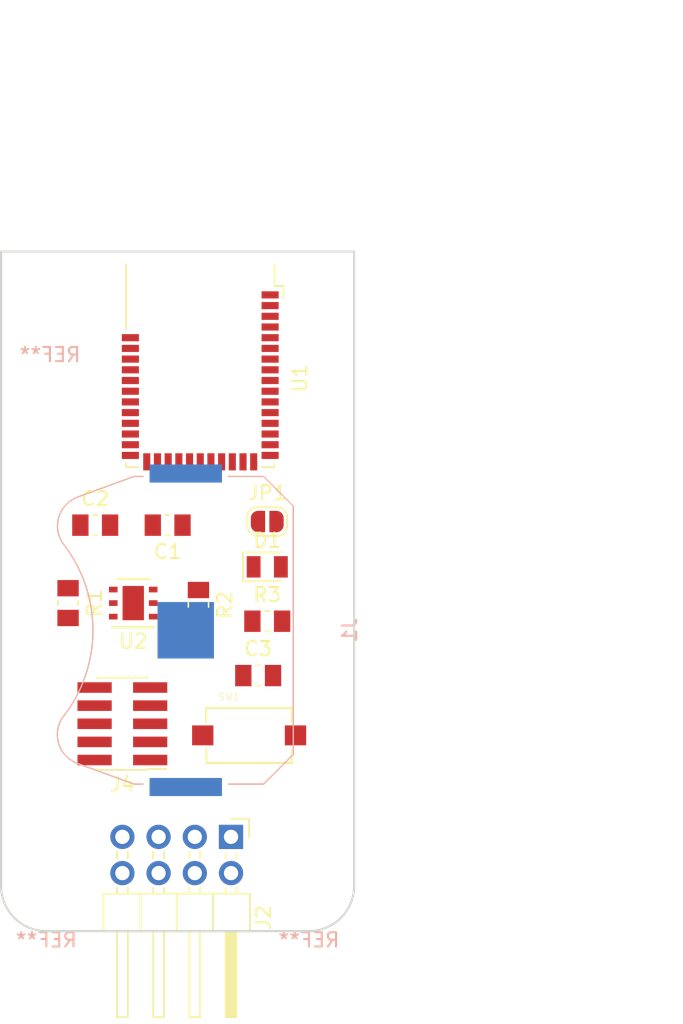
<source format=kicad_pcb>
(kicad_pcb (version 20171130) (host pcbnew "(5.0.0-rc2-dev-96-g5bbb4489b)")

  (general
    (thickness 1.6)
    (drawings 8)
    (tracks 0)
    (zones 0)
    (modules 17)
    (nets 42)
  )

  (page A4)
  (layers
    (0 F.Cu signal)
    (31 B.Cu signal)
    (32 B.Adhes user)
    (33 F.Adhes user)
    (34 B.Paste user)
    (35 F.Paste user)
    (36 B.SilkS user)
    (37 F.SilkS user)
    (38 B.Mask user)
    (39 F.Mask user)
    (40 Dwgs.User user)
    (41 Cmts.User user)
    (42 Eco1.User user)
    (43 Eco2.User user)
    (44 Edge.Cuts user)
    (45 Margin user)
    (46 B.CrtYd user)
    (47 F.CrtYd user)
    (48 B.Fab user)
    (49 F.Fab user)
  )

  (setup
    (last_trace_width 0.2)
    (trace_clearance 0.2)
    (zone_clearance 0.508)
    (zone_45_only no)
    (trace_min 0.15)
    (segment_width 0.2)
    (edge_width 0.15)
    (via_size 0.8)
    (via_drill 0.4)
    (via_min_size 0.15)
    (via_min_drill 0.3)
    (uvia_size 0.3)
    (uvia_drill 0.1)
    (uvias_allowed no)
    (uvia_min_size 0.2)
    (uvia_min_drill 0.1)
    (pcb_text_width 0.3)
    (pcb_text_size 1.5 1.5)
    (mod_edge_width 0.15)
    (mod_text_size 1 1)
    (mod_text_width 0.15)
    (pad_size 1.5 2.4)
    (pad_drill 0)
    (pad_to_mask_clearance 0.2)
    (aux_axis_origin 130.175 86.36)
    (visible_elements 7FF8FBBF)
    (pcbplotparams
      (layerselection 0x010fc_ffffffff)
      (usegerberextensions false)
      (usegerberattributes false)
      (usegerberadvancedattributes false)
      (creategerberjobfile false)
      (excludeedgelayer true)
      (linewidth 0.100000)
      (plotframeref false)
      (viasonmask false)
      (mode 1)
      (useauxorigin false)
      (hpglpennumber 1)
      (hpglpenspeed 20)
      (hpglpendiameter 15)
      (psnegative false)
      (psa4output false)
      (plotreference true)
      (plotvalue true)
      (plotinvisibletext false)
      (padsonsilk false)
      (subtractmaskfromsilk false)
      (outputformat 1)
      (mirror false)
      (drillshape 1)
      (scaleselection 1)
      (outputdirectory ""))
  )

  (net 0 "")
  (net 1 VCC)
  (net 2 SCL)
  (net 3 SDA)
  (net 4 GND)
  (net 5 BUTTON_0)
  (net 6 "Net-(D1-Pad1)")
  (net 7 "Net-(D1-Pad2)")
  (net 8 SIO_25-SPI_CLK)
  (net 9 RESET)
  (net 10 SWDCLK)
  (net 11 SWDIO-TMS)
  (net 12 SIO_05)
  (net 13 SIO_12-SFLASH_CS)
  (net 14 SIO_11)
  (net 15 NFC2-SIO_10)
  (net 16 NFC2-SIO_09)
  (net 17 LED_0)
  (net 18 SIO_28-AIN4)
  (net 19 SIO_29-AIN5)
  (net 20 SIO_30-AIN6)
  (net 21 SIO_31-AIN7)
  (net 22 SIO_19)
  (net 23 SIO_17)
  (net 24 SIO_15)
  (net 25 SIO_13-NAutoRUN)
  (net 26 SIO_00)
  (net 27 SIO_04)
  (net 28 SIO_24-SPI_MISO)
  (net 29 SIO_23-SPI_MOSI)
  (net 30 SIO_22)
  (net 31 SIO_20-SFLASH_MOSI)
  (net 32 SIO_18)
  (net 33 SIO_16-SFLASH_CLK)
  (net 34 SIO_07)
  (net 35 "Net-(U2-Pad3)")
  (net 36 "Net-(U2-Pad4)")
  (net 37 SIO_14-SFLASH_MOSI)
  (net 38 "Net-(J4-Pad7)")
  (net 39 "Net-(J4-Pad8)")
  (net 40 SIO_01)
  (net 41 SERIAL_RX)

  (net_class Default "This is the default net class."
    (clearance 0.2)
    (trace_width 0.2)
    (via_dia 0.8)
    (via_drill 0.4)
    (uvia_dia 0.3)
    (uvia_drill 0.1)
    (add_net BUTTON_0)
    (add_net GND)
    (add_net LED_0)
    (add_net NFC2-SIO_09)
    (add_net NFC2-SIO_10)
    (add_net "Net-(D1-Pad1)")
    (add_net "Net-(D1-Pad2)")
    (add_net "Net-(J4-Pad7)")
    (add_net "Net-(J4-Pad8)")
    (add_net "Net-(U2-Pad3)")
    (add_net "Net-(U2-Pad4)")
    (add_net RESET)
    (add_net SCL)
    (add_net SDA)
    (add_net SERIAL_RX)
    (add_net SIO_00)
    (add_net SIO_01)
    (add_net SIO_04)
    (add_net SIO_05)
    (add_net SIO_07)
    (add_net SIO_11)
    (add_net SIO_12-SFLASH_CS)
    (add_net SIO_13-NAutoRUN)
    (add_net SIO_14-SFLASH_MOSI)
    (add_net SIO_15)
    (add_net SIO_16-SFLASH_CLK)
    (add_net SIO_17)
    (add_net SIO_18)
    (add_net SIO_19)
    (add_net SIO_20-SFLASH_MOSI)
    (add_net SIO_22)
    (add_net SIO_23-SPI_MOSI)
    (add_net SIO_24-SPI_MISO)
    (add_net SIO_25-SPI_CLK)
    (add_net SIO_28-AIN4)
    (add_net SIO_29-AIN5)
    (add_net SIO_30-AIN6)
    (add_net SIO_31-AIN7)
    (add_net SWDCLK)
    (add_net SWDIO-TMS)
    (add_net VCC)
  )

  (net_class Power ""
    (clearance 0.15)
    (trace_width 0.15)
    (via_dia 0.6)
    (via_drill 0.4)
    (uvia_dia 0.3)
    (uvia_drill 0.1)
  )

  (module MountingHole:MountingHole_3.2mm_M3_DIN965 (layer B.Cu) (tedit 56D1B4CB) (tstamp 5B536225)
    (at 151.765 83.185)
    (descr "Mounting Hole 3.2mm, no annular, M3, DIN965")
    (tags "mounting hole 3.2mm no annular m3 din965")
    (attr virtual)
    (fp_text reference REF** (at 0 3.8) (layer B.SilkS)
      (effects (font (size 1 1) (thickness 0.15)) (justify mirror))
    )
    (fp_text value MountingHole_3.2mm_M3_DIN965 (at 0 -3.8) (layer B.Fab)
      (effects (font (size 1 1) (thickness 0.15)) (justify mirror))
    )
    (fp_text user %R (at 0.3 0) (layer B.Fab)
      (effects (font (size 1 1) (thickness 0.15)) (justify mirror))
    )
    (fp_circle (center 0 0) (end 2.8 0) (layer Cmts.User) (width 0.15))
    (fp_circle (center 0 0) (end 3.05 0) (layer B.CrtYd) (width 0.05))
    (pad 1 np_thru_hole circle (at 0 0) (size 3.2 3.2) (drill 3.2) (layers *.Cu *.Mask))
  )

  (module MountingHole:MountingHole_3.2mm_M3_DIN965 (layer B.Cu) (tedit 56D1B4CB) (tstamp 5B536225)
    (at 133.35 83.185)
    (descr "Mounting Hole 3.2mm, no annular, M3, DIN965")
    (tags "mounting hole 3.2mm no annular m3 din965")
    (attr virtual)
    (fp_text reference REF** (at 0 3.8) (layer B.SilkS)
      (effects (font (size 1 1) (thickness 0.15)) (justify mirror))
    )
    (fp_text value MountingHole_3.2mm_M3_DIN965 (at 0 -3.8) (layer B.Fab)
      (effects (font (size 1 1) (thickness 0.15)) (justify mirror))
    )
    (fp_text user %R (at 0.3 0) (layer B.Fab)
      (effects (font (size 1 1) (thickness 0.15)) (justify mirror))
    )
    (fp_circle (center 0 0) (end 2.8 0) (layer Cmts.User) (width 0.15))
    (fp_circle (center 0 0) (end 3.05 0) (layer B.CrtYd) (width 0.05))
    (pad 1 np_thru_hole circle (at 0 0) (size 3.2 3.2) (drill 3.2) (layers *.Cu *.Mask))
  )

  (module _Project:SW_SMD_60X3.8 (layer F.Cu) (tedit 57737820) (tstamp 5B531EAF)
    (at 147.574 72.644)
    (descr "Light Touch Switch")
    (path /5ADAE2FE/5ADE914B)
    (attr smd)
    (fp_text reference SW1 (at -1.408 -2.7) (layer F.SilkS)
      (effects (font (size 0.5 0.5) (thickness 0.04)))
    )
    (fp_text value SW_Push (at -0.381 2.921) (layer F.Fab)
      (effects (font (size 0.5 0.5) (thickness 0.04)))
    )
    (fp_line (start -4.2291 2.0701) (end 4.2291 2.0701) (layer F.CrtYd) (width 0.05))
    (fp_line (start 4.2291 -2.0828) (end 4.2291 2.0701) (layer F.CrtYd) (width 0.04))
    (fp_line (start -4.2291 -2.0828) (end 4.2291 -2.0828) (layer F.CrtYd) (width 0.05))
    (fp_line (start -4.2291 -2.0828) (end -4.2291 2.0701) (layer F.CrtYd) (width 0.04))
    (fp_line (start 3.0226 0.9398) (end 3.0226 1.9304) (layer F.SilkS) (width 0.1524))
    (fp_line (start -2.9972 0.9398) (end -2.9972 1.9304) (layer F.SilkS) (width 0.1524))
    (fp_line (start -2.9972 1.9304) (end 3.0226 1.9304) (layer F.SilkS) (width 0.1524))
    (fp_line (start -3.0099 -1.9304) (end 3.0099 -1.9304) (layer F.SilkS) (width 0.1524))
    (fp_line (start 3.0099 -1.9304) (end 3.0099 -0.9398) (layer F.SilkS) (width 0.1524))
    (fp_line (start -3.0099 -1.9304) (end -3.0099 -0.9398) (layer F.SilkS) (width 0.1524))
    (fp_line (start -0.381 0) (end 0.381 0) (layer F.CrtYd) (width 0.05))
    (fp_line (start 0 -0.381) (end 0 0.381) (layer F.CrtYd) (width 0.05))
    (pad 2 smd rect (at 3.2512 0) (size 1.4986 1.397) (layers F.Cu F.Paste F.Mask)
      (net 5 BUTTON_0))
    (pad 1 smd rect (at -3.2512 0) (size 1.4986 1.397) (layers F.Cu F.Paste F.Mask)
      (net 4 GND))
    (model ${KIPRJMOD}/packages3d/sw_smd_6.0x3.8.wrl
      (at (xyz 0 0 0))
      (scale (xyz 1 1 1))
      (rotate (xyz 0 0 90))
    )
    (model ${KIPRJMOD}/libs/3d/sw_smd_6.0x3.8.wrl
      (at (xyz 0 0 0))
      (scale (xyz 1 1 1))
      (rotate (xyz 0 0 90))
    )
  )

  (module Battery_Holders:Keystone_3034_1x20mm-CoinCell (layer B.Cu) (tedit 595D9565) (tstamp 5B4750BE)
    (at 143.129 65.278 90)
    (descr "Keystone 3034 SMD battery holder for 2020, 2025 and 2032 coincell batteries. http://www.keyelco.com/product-pdf.cfm?p=798")
    (tags "Keystone type 3034 coin cell retainer")
    (path /5A9F3809)
    (attr smd)
    (fp_text reference J1 (at 0 11.5 90) (layer B.SilkS)
      (effects (font (size 1 1) (thickness 0.15)) (justify mirror))
    )
    (fp_text value Conn_01x02 (at 0 -11.5 90) (layer B.Fab)
      (effects (font (size 1 1) (thickness 0.15)) (justify mirror))
    )
    (fp_line (start 11.87 -2.79) (end 11.87 2.79) (layer B.CrtYd) (width 0.05))
    (fp_line (start 10.88 -2.79) (end 11.87 -2.79) (layer B.CrtYd) (width 0.05))
    (fp_line (start 10.88 -3.64) (end 10.88 -2.79) (layer B.CrtYd) (width 0.05))
    (fp_line (start 9.43 -7.63) (end 10.88 -3.64) (layer B.CrtYd) (width 0.05))
    (fp_arc (start 7.31 -6.85) (end 5.96 -8.64) (angle 106.9) (layer B.CrtYd) (width 0.05))
    (fp_arc (start 0 0) (end -5.96 -8.64) (angle 69.1) (layer B.CrtYd) (width 0.05))
    (fp_arc (start -7.31 -6.85) (end -9.43 -7.62) (angle 106.9) (layer B.CrtYd) (width 0.05))
    (fp_line (start -10.88 -3.64) (end -9.44 -7.62) (layer B.CrtYd) (width 0.05))
    (fp_line (start -10.88 -2.79) (end -10.88 -3.64) (layer B.CrtYd) (width 0.05))
    (fp_line (start -11.87 -2.79) (end -10.88 -2.79) (layer B.CrtYd) (width 0.05))
    (fp_line (start -11.87 2.79) (end -11.87 -2.79) (layer B.CrtYd) (width 0.05))
    (fp_line (start -10.88 2.79) (end -11.87 2.79) (layer B.CrtYd) (width 0.05))
    (fp_line (start -10.88 5.5) (end -10.88 2.79) (layer B.CrtYd) (width 0.05))
    (fp_line (start -8.74 7.64) (end -10.88 5.5) (layer B.CrtYd) (width 0.05))
    (fp_line (start -7.2 7.64) (end -8.74 7.64) (layer B.CrtYd) (width 0.05))
    (fp_arc (start 0 0) (end 7.2 7.64) (angle 86.6) (layer B.CrtYd) (width 0.05))
    (fp_line (start 8.74 7.64) (end 7.2 7.64) (layer B.CrtYd) (width 0.05))
    (fp_line (start 10.88 5.5) (end 8.74 7.64) (layer B.CrtYd) (width 0.05))
    (fp_line (start 10.88 2.79) (end 10.88 5.5) (layer B.CrtYd) (width 0.05))
    (fp_line (start 11.87 2.79) (end 10.88 2.79) (layer B.CrtYd) (width 0.05))
    (fp_arc (start -7.31 -6.85) (end -9.19 -7.53) (angle 107.5) (layer B.Fab) (width 0.1))
    (fp_arc (start 0 -16.36) (end 6.1 -8.43) (angle 75.1) (layer B.Fab) (width 0.1))
    (fp_arc (start 7.31 -6.85) (end 6.1 -8.43) (angle 107.5) (layer B.Fab) (width 0.1))
    (fp_line (start 10.63 -3.6) (end 9.19 -7.53) (layer B.Fab) (width 0.1))
    (fp_line (start 10.63 5.4) (end 10.63 -3.6) (layer B.Fab) (width 0.1))
    (fp_line (start 8.64 7.39) (end 10.63 5.4) (layer B.Fab) (width 0.1))
    (fp_line (start -8.64 7.39) (end 8.64 7.39) (layer B.Fab) (width 0.1))
    (fp_line (start -10.63 5.4) (end -8.64 7.39) (layer B.Fab) (width 0.1))
    (fp_line (start -10.63 -3.6) (end -10.63 5.4) (layer B.Fab) (width 0.1))
    (fp_line (start -9.19 -7.53) (end -10.63 -3.6) (layer B.Fab) (width 0.1))
    (fp_line (start 10.78 -3) (end 10.78 -3.63) (layer B.SilkS) (width 0.1))
    (fp_line (start 10.78 5.46) (end 10.78 3) (layer B.SilkS) (width 0.1))
    (fp_line (start -10.78 -3) (end -10.78 -3.63) (layer B.SilkS) (width 0.1))
    (fp_line (start -10.78 5.46) (end -10.78 3) (layer B.SilkS) (width 0.1))
    (fp_arc (start 7.31 -6.85) (end 6 -8.55) (angle 107.5) (layer B.SilkS) (width 0.1))
    (fp_line (start 10.78 -3.63) (end 9.34 -7.58) (layer B.SilkS) (width 0.1))
    (fp_line (start 8.7 7.54) (end 10.78 5.46) (layer B.SilkS) (width 0.1))
    (fp_line (start 8.7 7.54) (end -8.7 7.54) (layer B.SilkS) (width 0.1))
    (fp_line (start -8.7 7.54) (end -10.78 5.46) (layer B.SilkS) (width 0.1))
    (fp_line (start -10.78 -3.63) (end -9.34 -7.58) (layer B.SilkS) (width 0.1))
    (fp_arc (start -7.31 -6.85) (end -9.34 -7.58) (angle 107.5) (layer B.SilkS) (width 0.1))
    (fp_arc (start 0 -16.36) (end 6 -8.55) (angle 75.1) (layer B.SilkS) (width 0.1))
    (fp_circle (center 0 0) (end 0 -10.25) (layer Dwgs.User) (width 0.15))
    (fp_text user %R (at 0 2.9 90) (layer B.Fab)
      (effects (font (size 1 1) (thickness 0.15)) (justify mirror))
    )
    (pad 1 smd rect (at -10.985 0 90) (size 1.27 5.08) (layers B.Cu B.Paste B.Mask)
      (net 4 GND))
    (pad 1 smd rect (at 10.985 0 90) (size 1.27 5.08) (layers B.Cu B.Paste B.Mask)
      (net 4 GND))
    (pad 2 smd rect (at 0 0 90) (size 3.96 3.96) (layers B.Cu B.Paste B.Mask)
      (net 1 VCC))
    (model ${KISYS3DMOD}/Battery_Holders.3dshapes/Keystone_3034_1x20mm-CoinCell.wrl
      (at (xyz 0 0 0))
      (scale (xyz 1 1 1))
      (rotate (xyz 0 0 0))
    )
  )

  (module Connector_PinHeader_2.54mm:PinHeader_2x04_P2.54mm_Horizontal (layer F.Cu) (tedit 59FED5CB) (tstamp 5B5367D6)
    (at 146.304 79.756 270)
    (descr "Through hole angled pin header, 2x04, 2.54mm pitch, 6mm pin length, double rows")
    (tags "Through hole angled pin header THT 2x04 2.54mm double row")
    (path /5ADAE2FE/5AE14241)
    (fp_text reference J2 (at 5.655 -2.27 270) (layer F.SilkS)
      (effects (font (size 1 1) (thickness 0.15)))
    )
    (fp_text value Conn_02x04_Odd_Even (at 5.655 9.89 270) (layer F.Fab)
      (effects (font (size 1 1) (thickness 0.15)))
    )
    (fp_line (start 4.675 -1.27) (end 6.58 -1.27) (layer F.Fab) (width 0.1))
    (fp_line (start 6.58 -1.27) (end 6.58 8.89) (layer F.Fab) (width 0.1))
    (fp_line (start 6.58 8.89) (end 4.04 8.89) (layer F.Fab) (width 0.1))
    (fp_line (start 4.04 8.89) (end 4.04 -0.635) (layer F.Fab) (width 0.1))
    (fp_line (start 4.04 -0.635) (end 4.675 -1.27) (layer F.Fab) (width 0.1))
    (fp_line (start -0.32 -0.32) (end 4.04 -0.32) (layer F.Fab) (width 0.1))
    (fp_line (start -0.32 -0.32) (end -0.32 0.32) (layer F.Fab) (width 0.1))
    (fp_line (start -0.32 0.32) (end 4.04 0.32) (layer F.Fab) (width 0.1))
    (fp_line (start 6.58 -0.32) (end 12.58 -0.32) (layer F.Fab) (width 0.1))
    (fp_line (start 12.58 -0.32) (end 12.58 0.32) (layer F.Fab) (width 0.1))
    (fp_line (start 6.58 0.32) (end 12.58 0.32) (layer F.Fab) (width 0.1))
    (fp_line (start -0.32 2.22) (end 4.04 2.22) (layer F.Fab) (width 0.1))
    (fp_line (start -0.32 2.22) (end -0.32 2.86) (layer F.Fab) (width 0.1))
    (fp_line (start -0.32 2.86) (end 4.04 2.86) (layer F.Fab) (width 0.1))
    (fp_line (start 6.58 2.22) (end 12.58 2.22) (layer F.Fab) (width 0.1))
    (fp_line (start 12.58 2.22) (end 12.58 2.86) (layer F.Fab) (width 0.1))
    (fp_line (start 6.58 2.86) (end 12.58 2.86) (layer F.Fab) (width 0.1))
    (fp_line (start -0.32 4.76) (end 4.04 4.76) (layer F.Fab) (width 0.1))
    (fp_line (start -0.32 4.76) (end -0.32 5.4) (layer F.Fab) (width 0.1))
    (fp_line (start -0.32 5.4) (end 4.04 5.4) (layer F.Fab) (width 0.1))
    (fp_line (start 6.58 4.76) (end 12.58 4.76) (layer F.Fab) (width 0.1))
    (fp_line (start 12.58 4.76) (end 12.58 5.4) (layer F.Fab) (width 0.1))
    (fp_line (start 6.58 5.4) (end 12.58 5.4) (layer F.Fab) (width 0.1))
    (fp_line (start -0.32 7.3) (end 4.04 7.3) (layer F.Fab) (width 0.1))
    (fp_line (start -0.32 7.3) (end -0.32 7.94) (layer F.Fab) (width 0.1))
    (fp_line (start -0.32 7.94) (end 4.04 7.94) (layer F.Fab) (width 0.1))
    (fp_line (start 6.58 7.3) (end 12.58 7.3) (layer F.Fab) (width 0.1))
    (fp_line (start 12.58 7.3) (end 12.58 7.94) (layer F.Fab) (width 0.1))
    (fp_line (start 6.58 7.94) (end 12.58 7.94) (layer F.Fab) (width 0.1))
    (fp_line (start 3.98 -1.33) (end 3.98 8.95) (layer F.SilkS) (width 0.12))
    (fp_line (start 3.98 8.95) (end 6.64 8.95) (layer F.SilkS) (width 0.12))
    (fp_line (start 6.64 8.95) (end 6.64 -1.33) (layer F.SilkS) (width 0.12))
    (fp_line (start 6.64 -1.33) (end 3.98 -1.33) (layer F.SilkS) (width 0.12))
    (fp_line (start 6.64 -0.38) (end 12.64 -0.38) (layer F.SilkS) (width 0.12))
    (fp_line (start 12.64 -0.38) (end 12.64 0.38) (layer F.SilkS) (width 0.12))
    (fp_line (start 12.64 0.38) (end 6.64 0.38) (layer F.SilkS) (width 0.12))
    (fp_line (start 6.64 -0.32) (end 12.64 -0.32) (layer F.SilkS) (width 0.12))
    (fp_line (start 6.64 -0.2) (end 12.64 -0.2) (layer F.SilkS) (width 0.12))
    (fp_line (start 6.64 -0.08) (end 12.64 -0.08) (layer F.SilkS) (width 0.12))
    (fp_line (start 6.64 0.04) (end 12.64 0.04) (layer F.SilkS) (width 0.12))
    (fp_line (start 6.64 0.16) (end 12.64 0.16) (layer F.SilkS) (width 0.12))
    (fp_line (start 6.64 0.28) (end 12.64 0.28) (layer F.SilkS) (width 0.12))
    (fp_line (start 3.582929 -0.38) (end 3.98 -0.38) (layer F.SilkS) (width 0.12))
    (fp_line (start 3.582929 0.38) (end 3.98 0.38) (layer F.SilkS) (width 0.12))
    (fp_line (start 1.11 -0.38) (end 1.497071 -0.38) (layer F.SilkS) (width 0.12))
    (fp_line (start 1.11 0.38) (end 1.497071 0.38) (layer F.SilkS) (width 0.12))
    (fp_line (start 3.98 1.27) (end 6.64 1.27) (layer F.SilkS) (width 0.12))
    (fp_line (start 6.64 2.16) (end 12.64 2.16) (layer F.SilkS) (width 0.12))
    (fp_line (start 12.64 2.16) (end 12.64 2.92) (layer F.SilkS) (width 0.12))
    (fp_line (start 12.64 2.92) (end 6.64 2.92) (layer F.SilkS) (width 0.12))
    (fp_line (start 3.582929 2.16) (end 3.98 2.16) (layer F.SilkS) (width 0.12))
    (fp_line (start 3.582929 2.92) (end 3.98 2.92) (layer F.SilkS) (width 0.12))
    (fp_line (start 1.042929 2.16) (end 1.497071 2.16) (layer F.SilkS) (width 0.12))
    (fp_line (start 1.042929 2.92) (end 1.497071 2.92) (layer F.SilkS) (width 0.12))
    (fp_line (start 3.98 3.81) (end 6.64 3.81) (layer F.SilkS) (width 0.12))
    (fp_line (start 6.64 4.7) (end 12.64 4.7) (layer F.SilkS) (width 0.12))
    (fp_line (start 12.64 4.7) (end 12.64 5.46) (layer F.SilkS) (width 0.12))
    (fp_line (start 12.64 5.46) (end 6.64 5.46) (layer F.SilkS) (width 0.12))
    (fp_line (start 3.582929 4.7) (end 3.98 4.7) (layer F.SilkS) (width 0.12))
    (fp_line (start 3.582929 5.46) (end 3.98 5.46) (layer F.SilkS) (width 0.12))
    (fp_line (start 1.042929 4.7) (end 1.497071 4.7) (layer F.SilkS) (width 0.12))
    (fp_line (start 1.042929 5.46) (end 1.497071 5.46) (layer F.SilkS) (width 0.12))
    (fp_line (start 3.98 6.35) (end 6.64 6.35) (layer F.SilkS) (width 0.12))
    (fp_line (start 6.64 7.24) (end 12.64 7.24) (layer F.SilkS) (width 0.12))
    (fp_line (start 12.64 7.24) (end 12.64 8) (layer F.SilkS) (width 0.12))
    (fp_line (start 12.64 8) (end 6.64 8) (layer F.SilkS) (width 0.12))
    (fp_line (start 3.582929 7.24) (end 3.98 7.24) (layer F.SilkS) (width 0.12))
    (fp_line (start 3.582929 8) (end 3.98 8) (layer F.SilkS) (width 0.12))
    (fp_line (start 1.042929 7.24) (end 1.497071 7.24) (layer F.SilkS) (width 0.12))
    (fp_line (start 1.042929 8) (end 1.497071 8) (layer F.SilkS) (width 0.12))
    (fp_line (start -1.27 0) (end -1.27 -1.27) (layer F.SilkS) (width 0.12))
    (fp_line (start -1.27 -1.27) (end 0 -1.27) (layer F.SilkS) (width 0.12))
    (fp_line (start -1.8 -1.8) (end -1.8 9.4) (layer F.CrtYd) (width 0.05))
    (fp_line (start -1.8 9.4) (end 13.1 9.4) (layer F.CrtYd) (width 0.05))
    (fp_line (start 13.1 9.4) (end 13.1 -1.8) (layer F.CrtYd) (width 0.05))
    (fp_line (start 13.1 -1.8) (end -1.8 -1.8) (layer F.CrtYd) (width 0.05))
    (fp_text user %R (at 5.31 3.81) (layer F.Fab)
      (effects (font (size 1 1) (thickness 0.15)))
    )
    (pad 1 thru_hole rect (at 0 0 270) (size 1.7 1.7) (drill 1) (layers *.Cu *.Mask)
      (net 1 VCC))
    (pad 2 thru_hole oval (at 2.54 0 270) (size 1.7 1.7) (drill 1) (layers *.Cu *.Mask)
      (net 1 VCC))
    (pad 3 thru_hole oval (at 0 2.54 270) (size 1.7 1.7) (drill 1) (layers *.Cu *.Mask)
      (net 10 SWDCLK))
    (pad 4 thru_hole oval (at 2.54 2.54 270) (size 1.7 1.7) (drill 1) (layers *.Cu *.Mask)
      (net 41 SERIAL_RX))
    (pad 5 thru_hole oval (at 0 5.08 270) (size 1.7 1.7) (drill 1) (layers *.Cu *.Mask)
      (net 11 SWDIO-TMS))
    (pad 6 thru_hole oval (at 2.54 5.08 270) (size 1.7 1.7) (drill 1) (layers *.Cu *.Mask)
      (net 41 SERIAL_RX))
    (pad 7 thru_hole oval (at 0 7.62 270) (size 1.7 1.7) (drill 1) (layers *.Cu *.Mask)
      (net 4 GND))
    (pad 8 thru_hole oval (at 2.54 7.62 270) (size 1.7 1.7) (drill 1) (layers *.Cu *.Mask)
      (net 4 GND))
    (model ${KISYS3DMOD}/Connector_PinHeader_2.54mm.3dshapes/PinHeader_2x04_P2.54mm_Horizontal.wrl
      (at (xyz 0 0 0))
      (scale (xyz 1 1 1))
      (rotate (xyz 0 0 0))
    )
  )

  (module Package_SON:Texas_PWSON-N6 (layer F.Cu) (tedit 5ADA1CE1) (tstamp 5B3E9F97)
    (at 139.446 63.373 180)
    (descr "Plastic Small Outline No-Lead http://www.ti.com/lit/ml/mpds176e/mpds176e.pdf")
    (tags "Plastic Small Outline No-Lead")
    (path /5ADAE2FE/5ADE26D1)
    (attr smd)
    (fp_text reference U2 (at 0 -2.67 180) (layer F.SilkS)
      (effects (font (size 1 1) (thickness 0.15)))
    )
    (fp_text value HDC1080 (at 0 2.725 180) (layer F.Fab)
      (effects (font (size 1 1) (thickness 0.15)))
    )
    (fp_line (start 1.475 -1.7) (end -1.475 -1.7) (layer F.SilkS) (width 0.15))
    (fp_line (start 1.1 1.7) (end -1.1 1.7) (layer F.SilkS) (width 0.15))
    (fp_line (start 1.475 -1.5) (end -0.825 -1.5) (layer F.Fab) (width 0.15))
    (fp_line (start -1.475 1.5) (end -1.475 -0.75) (layer F.Fab) (width 0.15))
    (fp_line (start -1.475 -0.75) (end -0.825 -1.5) (layer F.Fab) (width 0.15))
    (fp_line (start 1.98 1.85) (end 1.98 -1.85) (layer F.CrtYd) (width 0.05))
    (fp_line (start -1.98 1.85) (end 1.98 1.85) (layer F.CrtYd) (width 0.05))
    (fp_line (start -1.98 1.85) (end -1.98 -1.85) (layer F.CrtYd) (width 0.05))
    (fp_line (start -1.98 -1.86) (end 1.98 -1.86) (layer F.CrtYd) (width 0.05))
    (fp_text user %R (at 0 0 180) (layer F.Fab)
      (effects (font (size 0.5 0.5) (thickness 0.1)))
    )
    (fp_line (start 1.475 1.5) (end -1.475 1.5) (layer F.Fab) (width 0.15))
    (fp_line (start 1.475 -1.5) (end 1.475 1.5) (layer F.Fab) (width 0.15))
    (pad 7 smd rect (at 0 0 180) (size 1.5 2.4) (layers F.Cu F.Paste F.Mask)
      (net 4 GND))
    (pad 1 smd rect (at -1.4 -0.95 180) (size 0.6 0.4) (layers F.Cu F.Paste F.Mask)
      (net 3 SDA))
    (pad 2 smd rect (at -1.4 0 180) (size 0.6 0.4) (layers F.Cu F.Paste F.Mask)
      (net 4 GND))
    (pad 3 smd rect (at -1.4 0.95 180) (size 0.6 0.4) (layers F.Cu F.Paste F.Mask)
      (net 35 "Net-(U2-Pad3)"))
    (pad 4 smd rect (at 1.4 0.95 180) (size 0.6 0.4) (layers F.Cu F.Paste F.Mask)
      (net 36 "Net-(U2-Pad4)"))
    (pad 5 smd rect (at 1.4 0 180) (size 0.6 0.4) (layers F.Cu F.Paste F.Mask)
      (net 1 VCC))
    (pad 6 smd rect (at 1.4 -0.95 180) (size 0.6 0.4) (layers F.Cu F.Paste F.Mask)
      (net 2 SCL))
    (model ${KISYS3DMOD}/Package_SON.3dshapes/Texas_PWSON-N6.wrl
      (at (xyz 0 0 0))
      (scale (xyz 1 1 1))
      (rotate (xyz 0 0 0))
    )
  )

  (module Jumper:SolderJumper-2_P1.3mm_Open_RoundedPad1.0x1.5mm (layer F.Cu) (tedit 5ADA1979) (tstamp 5B3EA777)
    (at 148.844 57.658 180)
    (descr "SMD Solder Jumper, 1x1.5mm, rounded Pads, 0.3mm gap, open")
    (tags "solder jumper open")
    (path /5ADAE2FE/5ADE26E0)
    (attr virtual)
    (fp_text reference JP1 (at 0 2.006883 180) (layer F.SilkS)
      (effects (font (size 1 1) (thickness 0.15)))
    )
    (fp_text value SolderJumper_2_Open (at 0 1.9 180) (layer F.Fab)
      (effects (font (size 1 1) (thickness 0.15)))
    )
    (fp_line (start 1.65 1.25) (end -1.65 1.25) (layer F.CrtYd) (width 0.05))
    (fp_line (start 1.65 1.25) (end 1.65 -1.25) (layer F.CrtYd) (width 0.05))
    (fp_line (start -1.65 -1.25) (end -1.65 1.25) (layer F.CrtYd) (width 0.05))
    (fp_line (start -1.65 -1.25) (end 1.65 -1.25) (layer F.CrtYd) (width 0.05))
    (fp_line (start -0.7 -1) (end 0.7 -1) (layer F.SilkS) (width 0.12))
    (fp_line (start 1.4 -0.3) (end 1.4 0.3) (layer F.SilkS) (width 0.12))
    (fp_line (start 0.7 1) (end -0.7 1) (layer F.SilkS) (width 0.12))
    (fp_line (start -1.4 0.3) (end -1.4 -0.3) (layer F.SilkS) (width 0.12))
    (fp_arc (start -0.7 -0.3) (end -0.7 -1) (angle -90) (layer F.SilkS) (width 0.12))
    (fp_arc (start -0.7 0.3) (end -1.4 0.3) (angle -90) (layer F.SilkS) (width 0.12))
    (fp_arc (start 0.7 0.3) (end 0.7 1) (angle -90) (layer F.SilkS) (width 0.12))
    (fp_arc (start 0.7 -0.3) (end 1.4 -0.3) (angle -90) (layer F.SilkS) (width 0.12))
    (pad "" smd rect (at 0.4 0 180) (size 0.5 1.5) (layers F.Cu F.Mask))
    (pad "" smd rect (at -0.4 0 180) (size 0.5 1.5) (layers F.Cu F.Mask))
    (pad 1 smd roundrect (at -0.65 0 180) (size 1 1.5) (layers F.Cu F.Mask)(roundrect_rratio 0.5)
      (net 7 "Net-(D1-Pad2)"))
    (pad 2 smd roundrect (at 0.65 0 180) (size 1 1.5) (layers F.Cu F.Mask)(roundrect_rratio 0.5)
      (net 17 LED_0))
  )

  (module Capacitor_SMD:C_0805_2012Metric_Pad1.15x1.50mm_HandSolder (layer F.Cu) (tedit 59FE48B8) (tstamp 5B3EB6A6)
    (at 141.859 57.912 180)
    (descr "Capacitor SMD 0805 (2012 Metric), square (rectangular) end terminal, IPC_7351 nominal with elongated pad for handsoldering. (Body size source: http://www.tortai-tech.com/upload/download/2011102023233369053.pdf), generated with kicad-footprint-generator")
    (tags "capacitor handsolder")
    (path /5AD7EE1A/5ADA9481)
    (attr smd)
    (fp_text reference C1 (at 0 -1.85 180) (layer F.SilkS)
      (effects (font (size 1 1) (thickness 0.15)))
    )
    (fp_text value "0.1uF, 16V" (at 0 1.85 180) (layer F.Fab)
      (effects (font (size 1 1) (thickness 0.15)))
    )
    (fp_line (start -1 0.6) (end -1 -0.6) (layer F.Fab) (width 0.1))
    (fp_line (start -1 -0.6) (end 1 -0.6) (layer F.Fab) (width 0.1))
    (fp_line (start 1 -0.6) (end 1 0.6) (layer F.Fab) (width 0.1))
    (fp_line (start 1 0.6) (end -1 0.6) (layer F.Fab) (width 0.1))
    (fp_line (start -0.15 -0.71) (end 0.15 -0.71) (layer F.SilkS) (width 0.12))
    (fp_line (start -0.15 0.71) (end 0.15 0.71) (layer F.SilkS) (width 0.12))
    (fp_line (start -1.86 1) (end -1.86 -1) (layer F.CrtYd) (width 0.05))
    (fp_line (start -1.86 -1) (end 1.86 -1) (layer F.CrtYd) (width 0.05))
    (fp_line (start 1.86 -1) (end 1.86 1) (layer F.CrtYd) (width 0.05))
    (fp_line (start 1.86 1) (end -1.86 1) (layer F.CrtYd) (width 0.05))
    (fp_text user %R (at 0 0 180) (layer F.Fab)
      (effects (font (size 0.5 0.5) (thickness 0.08)))
    )
    (pad 1 smd rect (at -1.0425 0 180) (size 1.145 1.5) (layers F.Cu F.Paste F.Mask)
      (net 1 VCC))
    (pad 2 smd rect (at 1.0425 0 180) (size 1.145 1.5) (layers F.Cu F.Paste F.Mask)
      (net 4 GND))
    (model ${KISYS3DMOD}/Capacitor_SMD.3dshapes/C_0805_2012Metric.wrl
      (at (xyz 0 0 0))
      (scale (xyz 1 1 1))
      (rotate (xyz 0 0 0))
    )
  )

  (module Capacitor_SMD:C_0805_2012Metric_Pad1.15x1.50mm_HandSolder (layer F.Cu) (tedit 59FE48B8) (tstamp 5B3E96D1)
    (at 136.779 57.912)
    (descr "Capacitor SMD 0805 (2012 Metric), square (rectangular) end terminal, IPC_7351 nominal with elongated pad for handsoldering. (Body size source: http://www.tortai-tech.com/upload/download/2011102023233369053.pdf), generated with kicad-footprint-generator")
    (tags "capacitor handsolder")
    (path /5ADAE2FE/5ADE2697)
    (attr smd)
    (fp_text reference C2 (at 0 -1.85) (layer F.SilkS)
      (effects (font (size 1 1) (thickness 0.15)))
    )
    (fp_text value 100nF (at 0 1.85) (layer F.Fab)
      (effects (font (size 1 1) (thickness 0.15)))
    )
    (fp_text user %R (at 0 0) (layer F.Fab)
      (effects (font (size 0.5 0.5) (thickness 0.08)))
    )
    (fp_line (start 1.86 1) (end -1.86 1) (layer F.CrtYd) (width 0.05))
    (fp_line (start 1.86 -1) (end 1.86 1) (layer F.CrtYd) (width 0.05))
    (fp_line (start -1.86 -1) (end 1.86 -1) (layer F.CrtYd) (width 0.05))
    (fp_line (start -1.86 1) (end -1.86 -1) (layer F.CrtYd) (width 0.05))
    (fp_line (start -0.15 0.71) (end 0.15 0.71) (layer F.SilkS) (width 0.12))
    (fp_line (start -0.15 -0.71) (end 0.15 -0.71) (layer F.SilkS) (width 0.12))
    (fp_line (start 1 0.6) (end -1 0.6) (layer F.Fab) (width 0.1))
    (fp_line (start 1 -0.6) (end 1 0.6) (layer F.Fab) (width 0.1))
    (fp_line (start -1 -0.6) (end 1 -0.6) (layer F.Fab) (width 0.1))
    (fp_line (start -1 0.6) (end -1 -0.6) (layer F.Fab) (width 0.1))
    (pad 2 smd rect (at 1.0425 0) (size 1.145 1.5) (layers F.Cu F.Paste F.Mask)
      (net 4 GND))
    (pad 1 smd rect (at -1.0425 0) (size 1.145 1.5) (layers F.Cu F.Paste F.Mask)
      (net 1 VCC))
    (model ${KISYS3DMOD}/Capacitor_SMD.3dshapes/C_0805_2012Metric.wrl
      (at (xyz 0 0 0))
      (scale (xyz 1 1 1))
      (rotate (xyz 0 0 0))
    )
  )

  (module Capacitor_SMD:C_0805_2012Metric_Pad1.15x1.50mm_HandSolder (layer F.Cu) (tedit 59FE48B8) (tstamp 5B532229)
    (at 148.209 68.453 180)
    (descr "Capacitor SMD 0805 (2012 Metric), square (rectangular) end terminal, IPC_7351 nominal with elongated pad for handsoldering. (Body size source: http://www.tortai-tech.com/upload/download/2011102023233369053.pdf), generated with kicad-footprint-generator")
    (tags "capacitor handsolder")
    (path /5ADAE2FE/5ADE26ED)
    (attr smd)
    (fp_text reference C3 (at 0 1.8796 180) (layer F.SilkS)
      (effects (font (size 1 1) (thickness 0.15)))
    )
    (fp_text value 104pF (at 0 1.85 180) (layer F.Fab)
      (effects (font (size 1 1) (thickness 0.15)))
    )
    (fp_line (start -1 0.6) (end -1 -0.6) (layer F.Fab) (width 0.1))
    (fp_line (start -1 -0.6) (end 1 -0.6) (layer F.Fab) (width 0.1))
    (fp_line (start 1 -0.6) (end 1 0.6) (layer F.Fab) (width 0.1))
    (fp_line (start 1 0.6) (end -1 0.6) (layer F.Fab) (width 0.1))
    (fp_line (start -0.15 -0.71) (end 0.15 -0.71) (layer F.SilkS) (width 0.12))
    (fp_line (start -0.15 0.71) (end 0.15 0.71) (layer F.SilkS) (width 0.12))
    (fp_line (start -1.86 1) (end -1.86 -1) (layer F.CrtYd) (width 0.05))
    (fp_line (start -1.86 -1) (end 1.86 -1) (layer F.CrtYd) (width 0.05))
    (fp_line (start 1.86 -1) (end 1.86 1) (layer F.CrtYd) (width 0.05))
    (fp_line (start 1.86 1) (end -1.86 1) (layer F.CrtYd) (width 0.05))
    (fp_text user %R (at 0 0 180) (layer F.Fab)
      (effects (font (size 0.5 0.5) (thickness 0.08)))
    )
    (pad 1 smd rect (at -1.0425 0 180) (size 1.145 1.5) (layers F.Cu F.Paste F.Mask)
      (net 5 BUTTON_0))
    (pad 2 smd rect (at 1.0425 0 180) (size 1.145 1.5) (layers F.Cu F.Paste F.Mask)
      (net 4 GND))
    (model ${KISYS3DMOD}/Capacitor_SMD.3dshapes/C_0805_2012Metric.wrl
      (at (xyz 0 0 0))
      (scale (xyz 1 1 1))
      (rotate (xyz 0 0 0))
    )
  )

  (module LED_SMD:LED_0805_2012Metric (layer F.Cu) (tedit 5A00A67C) (tstamp 5B33248F)
    (at 148.844 60.833)
    (descr "LED SMD 0805 (2012 Metric), square (rectangular) end terminal, IPC_7351 nominal, (Body size source: http://www.tortai-tech.com/upload/download/2011102023233369053.pdf), generated with kicad-footprint-generator")
    (tags diode)
    (path /5ADAE2FE/5ADE26F4)
    (attr smd)
    (fp_text reference D1 (at 0 -1.85) (layer F.SilkS)
      (effects (font (size 1 1) (thickness 0.15)))
    )
    (fp_text value LED (at 0 1.85) (layer F.Fab)
      (effects (font (size 1 1) (thickness 0.15)))
    )
    (fp_line (start 1 -0.6) (end -0.7 -0.6) (layer F.Fab) (width 0.1))
    (fp_line (start -0.7 -0.6) (end -1 -0.3) (layer F.Fab) (width 0.1))
    (fp_line (start -1 -0.3) (end -1 0.6) (layer F.Fab) (width 0.1))
    (fp_line (start -1 0.6) (end 1 0.6) (layer F.Fab) (width 0.1))
    (fp_line (start 1 0.6) (end 1 -0.6) (layer F.Fab) (width 0.1))
    (fp_line (start 1 -1.01) (end -1.7 -1.01) (layer F.SilkS) (width 0.12))
    (fp_line (start -1.7 -1.01) (end -1.7 1.01) (layer F.SilkS) (width 0.12))
    (fp_line (start -1.7 1.01) (end 1 1.01) (layer F.SilkS) (width 0.12))
    (fp_line (start -1.69 1) (end -1.69 -1) (layer F.CrtYd) (width 0.05))
    (fp_line (start -1.69 -1) (end 1.69 -1) (layer F.CrtYd) (width 0.05))
    (fp_line (start 1.69 -1) (end 1.69 1) (layer F.CrtYd) (width 0.05))
    (fp_line (start 1.69 1) (end -1.69 1) (layer F.CrtYd) (width 0.05))
    (fp_text user %R (at 0 0) (layer F.Fab)
      (effects (font (size 0.5 0.5) (thickness 0.08)))
    )
    (pad 1 smd rect (at -0.955 0) (size 0.97 1.5) (layers F.Cu F.Paste F.Mask)
      (net 6 "Net-(D1-Pad1)"))
    (pad 2 smd rect (at 0.955 0) (size 0.97 1.5) (layers F.Cu F.Paste F.Mask)
      (net 7 "Net-(D1-Pad2)"))
    (model ${KISYS3DMOD}/LED_SMD.3dshapes/LED_0805_2012Metric.wrl
      (at (xyz 0 0 0))
      (scale (xyz 1 1 1))
      (rotate (xyz 0 0 0))
    )
    (model ${KIPRJMOD}/libs/3d/LED_0805.wrl
      (at (xyz 0 0 0))
      (scale (xyz 1 1 1))
      (rotate (xyz 0 0 0))
    )
  )

  (module Connector_PinHeader_1.27mm:PinHeader_2x05_P1.27mm_Vertical_SMD (layer F.Cu) (tedit 59FED6E3) (tstamp 5B332525)
    (at 138.684 71.8312 180)
    (descr "surface-mounted straight pin header, 2x05, 1.27mm pitch, double rows")
    (tags "Surface mounted pin header SMD 2x05 1.27mm double row")
    (path /5ADAE2FE/5ADE3597)
    (attr smd)
    (fp_text reference J4 (at 0 -4.235 180) (layer F.SilkS)
      (effects (font (size 1 1) (thickness 0.15)))
    )
    (fp_text value Conn_ARM_JTAG_SWD_10 (at 0 4.235 180) (layer F.Fab)
      (effects (font (size 1 1) (thickness 0.15)))
    )
    (fp_line (start 1.705 3.175) (end -1.705 3.175) (layer F.Fab) (width 0.1))
    (fp_line (start -1.27 -3.175) (end 1.705 -3.175) (layer F.Fab) (width 0.1))
    (fp_line (start -1.705 3.175) (end -1.705 -2.74) (layer F.Fab) (width 0.1))
    (fp_line (start -1.705 -2.74) (end -1.27 -3.175) (layer F.Fab) (width 0.1))
    (fp_line (start 1.705 -3.175) (end 1.705 3.175) (layer F.Fab) (width 0.1))
    (fp_line (start -1.705 -2.74) (end -2.75 -2.74) (layer F.Fab) (width 0.1))
    (fp_line (start -2.75 -2.74) (end -2.75 -2.34) (layer F.Fab) (width 0.1))
    (fp_line (start -2.75 -2.34) (end -1.705 -2.34) (layer F.Fab) (width 0.1))
    (fp_line (start 1.705 -2.74) (end 2.75 -2.74) (layer F.Fab) (width 0.1))
    (fp_line (start 2.75 -2.74) (end 2.75 -2.34) (layer F.Fab) (width 0.1))
    (fp_line (start 2.75 -2.34) (end 1.705 -2.34) (layer F.Fab) (width 0.1))
    (fp_line (start -1.705 -1.47) (end -2.75 -1.47) (layer F.Fab) (width 0.1))
    (fp_line (start -2.75 -1.47) (end -2.75 -1.07) (layer F.Fab) (width 0.1))
    (fp_line (start -2.75 -1.07) (end -1.705 -1.07) (layer F.Fab) (width 0.1))
    (fp_line (start 1.705 -1.47) (end 2.75 -1.47) (layer F.Fab) (width 0.1))
    (fp_line (start 2.75 -1.47) (end 2.75 -1.07) (layer F.Fab) (width 0.1))
    (fp_line (start 2.75 -1.07) (end 1.705 -1.07) (layer F.Fab) (width 0.1))
    (fp_line (start -1.705 -0.2) (end -2.75 -0.2) (layer F.Fab) (width 0.1))
    (fp_line (start -2.75 -0.2) (end -2.75 0.2) (layer F.Fab) (width 0.1))
    (fp_line (start -2.75 0.2) (end -1.705 0.2) (layer F.Fab) (width 0.1))
    (fp_line (start 1.705 -0.2) (end 2.75 -0.2) (layer F.Fab) (width 0.1))
    (fp_line (start 2.75 -0.2) (end 2.75 0.2) (layer F.Fab) (width 0.1))
    (fp_line (start 2.75 0.2) (end 1.705 0.2) (layer F.Fab) (width 0.1))
    (fp_line (start -1.705 1.07) (end -2.75 1.07) (layer F.Fab) (width 0.1))
    (fp_line (start -2.75 1.07) (end -2.75 1.47) (layer F.Fab) (width 0.1))
    (fp_line (start -2.75 1.47) (end -1.705 1.47) (layer F.Fab) (width 0.1))
    (fp_line (start 1.705 1.07) (end 2.75 1.07) (layer F.Fab) (width 0.1))
    (fp_line (start 2.75 1.07) (end 2.75 1.47) (layer F.Fab) (width 0.1))
    (fp_line (start 2.75 1.47) (end 1.705 1.47) (layer F.Fab) (width 0.1))
    (fp_line (start -1.705 2.34) (end -2.75 2.34) (layer F.Fab) (width 0.1))
    (fp_line (start -2.75 2.34) (end -2.75 2.74) (layer F.Fab) (width 0.1))
    (fp_line (start -2.75 2.74) (end -1.705 2.74) (layer F.Fab) (width 0.1))
    (fp_line (start 1.705 2.34) (end 2.75 2.34) (layer F.Fab) (width 0.1))
    (fp_line (start 2.75 2.34) (end 2.75 2.74) (layer F.Fab) (width 0.1))
    (fp_line (start 2.75 2.74) (end 1.705 2.74) (layer F.Fab) (width 0.1))
    (fp_line (start -1.765 -3.235) (end 1.765 -3.235) (layer F.SilkS) (width 0.12))
    (fp_line (start -1.765 3.235) (end 1.765 3.235) (layer F.SilkS) (width 0.12))
    (fp_line (start -3.09 -3.17) (end -1.765 -3.17) (layer F.SilkS) (width 0.12))
    (fp_line (start -1.765 -3.235) (end -1.765 -3.17) (layer F.SilkS) (width 0.12))
    (fp_line (start 1.765 -3.235) (end 1.765 -3.17) (layer F.SilkS) (width 0.12))
    (fp_line (start -1.765 3.17) (end -1.765 3.235) (layer F.SilkS) (width 0.12))
    (fp_line (start 1.765 3.17) (end 1.765 3.235) (layer F.SilkS) (width 0.12))
    (fp_line (start -4.3 -3.7) (end -4.3 3.7) (layer F.CrtYd) (width 0.05))
    (fp_line (start -4.3 3.7) (end 4.3 3.7) (layer F.CrtYd) (width 0.05))
    (fp_line (start 4.3 3.7) (end 4.3 -3.7) (layer F.CrtYd) (width 0.05))
    (fp_line (start 4.3 -3.7) (end -4.3 -3.7) (layer F.CrtYd) (width 0.05))
    (fp_text user %R (at 0 0 270) (layer F.Fab)
      (effects (font (size 1 1) (thickness 0.15)))
    )
    (pad 1 smd rect (at -1.95 -2.54 180) (size 2.4 0.74) (layers F.Cu F.Paste F.Mask)
      (net 1 VCC))
    (pad 2 smd rect (at 1.95 -2.54 180) (size 2.4 0.74) (layers F.Cu F.Paste F.Mask)
      (net 11 SWDIO-TMS))
    (pad 3 smd rect (at -1.95 -1.27 180) (size 2.4 0.74) (layers F.Cu F.Paste F.Mask)
      (net 4 GND))
    (pad 4 smd rect (at 1.95 -1.27 180) (size 2.4 0.74) (layers F.Cu F.Paste F.Mask)
      (net 10 SWDCLK))
    (pad 5 smd rect (at -1.95 0 180) (size 2.4 0.74) (layers F.Cu F.Paste F.Mask)
      (net 4 GND))
    (pad 6 smd rect (at 1.95 0 180) (size 2.4 0.74) (layers F.Cu F.Paste F.Mask)
      (net 32 SIO_18))
    (pad 7 smd rect (at -1.95 1.27 180) (size 2.4 0.74) (layers F.Cu F.Paste F.Mask)
      (net 38 "Net-(J4-Pad7)"))
    (pad 8 smd rect (at 1.95 1.27 180) (size 2.4 0.74) (layers F.Cu F.Paste F.Mask)
      (net 39 "Net-(J4-Pad8)"))
    (pad 9 smd rect (at -1.95 2.54 180) (size 2.4 0.74) (layers F.Cu F.Paste F.Mask)
      (net 4 GND))
    (pad 10 smd rect (at 1.95 2.54 180) (size 2.4 0.74) (layers F.Cu F.Paste F.Mask)
      (net 9 RESET))
    (model ${KISYS3DMOD}/Connector_PinHeader_1.27mm.3dshapes/PinHeader_2x05_P1.27mm_Vertical_SMD.wrl
      (at (xyz 0 0 0))
      (scale (xyz 1 1 1))
      (rotate (xyz 0 0 0))
    )
  )

  (module Resistor_SMD:R_0805_2012Metric_Pad1.15x1.50mm_HandSolder (layer F.Cu) (tedit 59FE48B8) (tstamp 5B3EA442)
    (at 134.874 63.373 270)
    (descr "Resistor SMD 0805 (2012 Metric), square (rectangular) end terminal, IPC_7351 nominal with elongated pad for handsoldering. (Body size source: http://www.tortai-tech.com/upload/download/2011102023233369053.pdf), generated with kicad-footprint-generator")
    (tags "resistor handsolder")
    (path /5ADAE2FE/5ADE26CA)
    (attr smd)
    (fp_text reference R1 (at 0 -1.85 270) (layer F.SilkS)
      (effects (font (size 1 1) (thickness 0.15)))
    )
    (fp_text value 5.7k (at 0 1.85 270) (layer F.Fab)
      (effects (font (size 1 1) (thickness 0.15)))
    )
    (fp_text user %R (at 0 0 270) (layer F.Fab)
      (effects (font (size 0.5 0.5) (thickness 0.08)))
    )
    (fp_line (start 1.86 1) (end -1.86 1) (layer F.CrtYd) (width 0.05))
    (fp_line (start 1.86 -1) (end 1.86 1) (layer F.CrtYd) (width 0.05))
    (fp_line (start -1.86 -1) (end 1.86 -1) (layer F.CrtYd) (width 0.05))
    (fp_line (start -1.86 1) (end -1.86 -1) (layer F.CrtYd) (width 0.05))
    (fp_line (start -0.15 0.71) (end 0.15 0.71) (layer F.SilkS) (width 0.12))
    (fp_line (start -0.15 -0.71) (end 0.15 -0.71) (layer F.SilkS) (width 0.12))
    (fp_line (start 1 0.6) (end -1 0.6) (layer F.Fab) (width 0.1))
    (fp_line (start 1 -0.6) (end 1 0.6) (layer F.Fab) (width 0.1))
    (fp_line (start -1 -0.6) (end 1 -0.6) (layer F.Fab) (width 0.1))
    (fp_line (start -1 0.6) (end -1 -0.6) (layer F.Fab) (width 0.1))
    (pad 2 smd rect (at 1.0425 0 270) (size 1.145 1.5) (layers F.Cu F.Paste F.Mask)
      (net 2 SCL))
    (pad 1 smd rect (at -1.0425 0 270) (size 1.145 1.5) (layers F.Cu F.Paste F.Mask)
      (net 1 VCC))
    (model ${KISYS3DMOD}/Resistor_SMD.3dshapes/R_0805_2012Metric.wrl
      (at (xyz 0 0 0))
      (scale (xyz 1 1 1))
      (rotate (xyz 0 0 0))
    )
  )

  (module Resistor_SMD:R_0805_2012Metric_Pad1.15x1.50mm_HandSolder (layer F.Cu) (tedit 59FE48B8) (tstamp 5B3EA4F4)
    (at 144.018 63.5 270)
    (descr "Resistor SMD 0805 (2012 Metric), square (rectangular) end terminal, IPC_7351 nominal with elongated pad for handsoldering. (Body size source: http://www.tortai-tech.com/upload/download/2011102023233369053.pdf), generated with kicad-footprint-generator")
    (tags "resistor handsolder")
    (path /5ADAE2FE/5ADE26C3)
    (attr smd)
    (fp_text reference R2 (at 0 -1.85 270) (layer F.SilkS)
      (effects (font (size 1 1) (thickness 0.15)))
    )
    (fp_text value 5.7k (at 0 1.85 270) (layer F.Fab)
      (effects (font (size 1 1) (thickness 0.15)))
    )
    (fp_line (start -1 0.6) (end -1 -0.6) (layer F.Fab) (width 0.1))
    (fp_line (start -1 -0.6) (end 1 -0.6) (layer F.Fab) (width 0.1))
    (fp_line (start 1 -0.6) (end 1 0.6) (layer F.Fab) (width 0.1))
    (fp_line (start 1 0.6) (end -1 0.6) (layer F.Fab) (width 0.1))
    (fp_line (start -0.15 -0.71) (end 0.15 -0.71) (layer F.SilkS) (width 0.12))
    (fp_line (start -0.15 0.71) (end 0.15 0.71) (layer F.SilkS) (width 0.12))
    (fp_line (start -1.86 1) (end -1.86 -1) (layer F.CrtYd) (width 0.05))
    (fp_line (start -1.86 -1) (end 1.86 -1) (layer F.CrtYd) (width 0.05))
    (fp_line (start 1.86 -1) (end 1.86 1) (layer F.CrtYd) (width 0.05))
    (fp_line (start 1.86 1) (end -1.86 1) (layer F.CrtYd) (width 0.05))
    (fp_text user %R (at 0 0 270) (layer F.Fab)
      (effects (font (size 0.5 0.5) (thickness 0.08)))
    )
    (pad 1 smd rect (at -1.0425 0 270) (size 1.145 1.5) (layers F.Cu F.Paste F.Mask)
      (net 1 VCC))
    (pad 2 smd rect (at 1.0425 0 270) (size 1.145 1.5) (layers F.Cu F.Paste F.Mask)
      (net 3 SDA))
    (model ${KISYS3DMOD}/Resistor_SMD.3dshapes/R_0805_2012Metric.wrl
      (at (xyz 0 0 0))
      (scale (xyz 1 1 1))
      (rotate (xyz 0 0 0))
    )
  )

  (module Resistor_SMD:R_0805_2012Metric_Pad1.15x1.50mm_HandSolder (layer F.Cu) (tedit 59FE48B8) (tstamp 5B33256C)
    (at 148.84368 64.643)
    (descr "Resistor SMD 0805 (2012 Metric), square (rectangular) end terminal, IPC_7351 nominal with elongated pad for handsoldering. (Body size source: http://www.tortai-tech.com/upload/download/2011102023233369053.pdf), generated with kicad-footprint-generator")
    (tags "resistor handsolder")
    (path /5ADAE2FE/5ADE26FB)
    (attr smd)
    (fp_text reference R3 (at 0 -1.85) (layer F.SilkS)
      (effects (font (size 1 1) (thickness 0.15)))
    )
    (fp_text value 220R (at 0 1.85) (layer F.Fab)
      (effects (font (size 1 1) (thickness 0.15)))
    )
    (fp_line (start -1 0.6) (end -1 -0.6) (layer F.Fab) (width 0.1))
    (fp_line (start -1 -0.6) (end 1 -0.6) (layer F.Fab) (width 0.1))
    (fp_line (start 1 -0.6) (end 1 0.6) (layer F.Fab) (width 0.1))
    (fp_line (start 1 0.6) (end -1 0.6) (layer F.Fab) (width 0.1))
    (fp_line (start -0.15 -0.71) (end 0.15 -0.71) (layer F.SilkS) (width 0.12))
    (fp_line (start -0.15 0.71) (end 0.15 0.71) (layer F.SilkS) (width 0.12))
    (fp_line (start -1.86 1) (end -1.86 -1) (layer F.CrtYd) (width 0.05))
    (fp_line (start -1.86 -1) (end 1.86 -1) (layer F.CrtYd) (width 0.05))
    (fp_line (start 1.86 -1) (end 1.86 1) (layer F.CrtYd) (width 0.05))
    (fp_line (start 1.86 1) (end -1.86 1) (layer F.CrtYd) (width 0.05))
    (fp_text user %R (at 0 0) (layer F.Fab)
      (effects (font (size 0.5 0.5) (thickness 0.08)))
    )
    (pad 1 smd rect (at -1.0425 0) (size 1.145 1.5) (layers F.Cu F.Paste F.Mask)
      (net 6 "Net-(D1-Pad1)"))
    (pad 2 smd rect (at 1.0425 0) (size 1.145 1.5) (layers F.Cu F.Paste F.Mask)
      (net 4 GND))
    (model ${KISYS3DMOD}/Resistor_SMD.3dshapes/R_0805_2012Metric.wrl
      (at (xyz 0 0 0))
      (scale (xyz 1 1 1))
      (rotate (xyz 0 0 0))
    )
  )

  (module RF_Module:Laird_BL652 (layer F.Cu) (tedit 5A056D13) (tstamp 5B5362E7)
    (at 144.145 47.625 270)
    (descr "Bluetooth v4.2 + NFC module")
    (tags "Bluetooth BLE NFC")
    (path /5AD7EE1A/5AD81B55)
    (attr smd)
    (fp_text reference U1 (at 0 -6.985 270) (layer F.SilkS)
      (effects (font (size 1 1) (thickness 0.15)))
    )
    (fp_text value BL652 (at 0 0 270) (layer F.Fab)
      (effects (font (size 1 1) (thickness 0.15)))
    )
    (fp_line (start -3.429 5.207) (end -8.001 5.207) (layer F.SilkS) (width 0.12))
    (fp_line (start -6.477 -5.842) (end -5.588 -5.842) (layer F.SilkS) (width 0.12))
    (fp_line (start -6.477 -5.207) (end -6.477 -5.842) (layer F.SilkS) (width 0.12))
    (fp_line (start -8.001 -5.207) (end -6.477 -5.207) (layer F.SilkS) (width 0.12))
    (fp_line (start 6.223 5.207) (end 5.969 5.207) (layer F.SilkS) (width 0.12))
    (fp_line (start 6.223 -5.207) (end 6.223 -4.318) (layer F.SilkS) (width 0.12))
    (fp_line (start 5.969 -5.207) (end 6.223 -5.207) (layer F.SilkS) (width 0.12))
    (fp_line (start 7 6) (end -8.25 6) (layer F.CrtYd) (width 0.05))
    (fp_line (start -8.25 6) (end -8.25 -6) (layer F.CrtYd) (width 0.05))
    (fp_line (start -8.25 -6) (end 7 -6) (layer F.CrtYd) (width 0.05))
    (fp_line (start 7 -6) (end 7 6) (layer F.CrtYd) (width 0.05))
    (fp_line (start 6.223 5.207) (end 6.223 4.318) (layer F.SilkS) (width 0.12))
    (fp_line (start 5.95 5) (end -8.05 5) (layer F.Fab) (width 0.1))
    (fp_line (start 5.95 -5) (end 5.95 5) (layer F.Fab) (width 0.1))
    (fp_line (start -8.05 -5) (end 5.9 -5) (layer F.Fab) (width 0.1))
    (fp_line (start -8.05 -5) (end -8.05 5) (layer F.Fab) (width 0.1))
    (fp_text user %R (at 0 -2.5 270) (layer F.Fab)
      (effects (font (size 1 1) (thickness 0.15)))
    )
    (pad 1 smd rect (at -5.85 -4.9) (size 1.2 0.5) (layers F.Cu F.Paste F.Mask)
      (net 4 GND))
    (pad 2 smd rect (at -5.1 -4.9) (size 1.2 0.5) (layers F.Cu F.Paste F.Mask)
      (net 28 SIO_24-SPI_MISO))
    (pad 3 smd rect (at -4.35 -4.9) (size 1.2 0.5) (layers F.Cu F.Paste F.Mask)
      (net 29 SIO_23-SPI_MOSI))
    (pad 4 smd rect (at -3.6 -4.9) (size 1.2 0.5) (layers F.Cu F.Paste F.Mask)
      (net 30 SIO_22))
    (pad 5 smd rect (at -2.85 -4.9) (size 1.2 0.5) (layers F.Cu F.Paste F.Mask)
      (net 11 SWDIO-TMS))
    (pad 6 smd rect (at -2.1 -4.9) (size 1.2 0.5) (layers F.Cu F.Paste F.Mask)
      (net 10 SWDCLK))
    (pad 7 smd rect (at -1.35 -4.9) (size 1.2 0.5) (layers F.Cu F.Paste F.Mask)
      (net 9 RESET))
    (pad 8 smd rect (at -0.6 -4.9) (size 1.2 0.5) (layers F.Cu F.Paste F.Mask)
      (net 31 SIO_20-SFLASH_MOSI))
    (pad 9 smd rect (at 0.15 -4.9) (size 1.2 0.5) (layers F.Cu F.Paste F.Mask)
      (net 32 SIO_18))
    (pad 10 smd rect (at 0.9 -4.9) (size 1.2 0.5) (layers F.Cu F.Paste F.Mask)
      (net 33 SIO_16-SFLASH_CLK))
    (pad 11 smd rect (at 1.65 -4.9) (size 1.2 0.5) (layers F.Cu F.Paste F.Mask)
      (net 37 SIO_14-SFLASH_MOSI))
    (pad 12 smd rect (at 2.4 -4.9) (size 1.2 0.5) (layers F.Cu F.Paste F.Mask)
      (net 13 SIO_12-SFLASH_CS))
    (pad 13 smd rect (at 3.15 -4.9) (size 1.2 0.5) (layers F.Cu F.Paste F.Mask)
      (net 14 SIO_11))
    (pad 14 smd rect (at 3.9 -4.9) (size 1.2 0.5) (layers F.Cu F.Paste F.Mask)
      (net 15 NFC2-SIO_10))
    (pad 15 smd rect (at 4.65 -4.9) (size 1.2 0.5) (layers F.Cu F.Paste F.Mask)
      (net 16 NFC2-SIO_09))
    (pad 16 smd rect (at 5.4 -4.9) (size 1.2 0.5) (layers F.Cu F.Paste F.Mask)
      (net 4 GND))
    (pad 17 smd rect (at 5.85 -3.75 270) (size 1.2 0.5) (layers F.Cu F.Paste F.Mask)
      (net 41 SERIAL_RX))
    (pad 18 smd rect (at 5.85 -3 270) (size 1.2 0.5) (layers F.Cu F.Paste F.Mask)
      (net 34 SIO_07))
    (pad 19 smd rect (at 5.85 -2.25 270) (size 1.2 0.5) (layers F.Cu F.Paste F.Mask)
      (net 41 SERIAL_RX))
    (pad 20 smd rect (at 5.85 -1.5 270) (size 1.2 0.5) (layers F.Cu F.Paste F.Mask)
      (net 12 SIO_05))
    (pad 21 smd rect (at 5.85 -0.75 270) (size 1.2 0.5) (layers F.Cu F.Paste F.Mask)
      (net 27 SIO_04))
    (pad 22 smd rect (at 5.85 0 270) (size 1.2 0.5) (layers F.Cu F.Paste F.Mask)
      (net 5 BUTTON_0))
    (pad 23 smd rect (at 5.85 0.75 270) (size 1.2 0.5) (layers F.Cu F.Paste F.Mask)
      (net 17 LED_0))
    (pad 24 smd rect (at 5.85 1.5 270) (size 1.2 0.5) (layers F.Cu F.Paste F.Mask)
      (net 40 SIO_01))
    (pad 25 smd rect (at 5.85 2.25 270) (size 1.2 0.5) (layers F.Cu F.Paste F.Mask)
      (net 26 SIO_00))
    (pad 26 smd rect (at 5.85 3 270) (size 1.2 0.5) (layers F.Cu F.Paste F.Mask)
      (net 1 VCC))
    (pad 27 smd rect (at 5.85 3.75 270) (size 1.2 0.5) (layers F.Cu F.Paste F.Mask)
      (net 4 GND))
    (pad 28 smd rect (at 5.4 4.9) (size 1.2 0.5) (layers F.Cu F.Paste F.Mask)
      (net 25 SIO_13-NAutoRUN))
    (pad 29 smd rect (at 4.65 4.9) (size 1.2 0.5) (layers F.Cu F.Paste F.Mask)
      (net 24 SIO_15))
    (pad 30 smd rect (at 3.9 4.9) (size 1.2 0.5) (layers F.Cu F.Paste F.Mask)
      (net 23 SIO_17))
    (pad 31 smd rect (at 3.15 4.9) (size 1.2 0.5) (layers F.Cu F.Paste F.Mask)
      (net 22 SIO_19))
    (pad 32 smd rect (at 2.4 4.9) (size 1.2 0.5) (layers F.Cu F.Paste F.Mask)
      (net 21 SIO_31-AIN7))
    (pad 33 smd rect (at 1.65 4.9) (size 1.2 0.5) (layers F.Cu F.Paste F.Mask)
      (net 20 SIO_30-AIN6))
    (pad 34 smd rect (at 0.9 4.9) (size 1.2 0.5) (layers F.Cu F.Paste F.Mask)
      (net 19 SIO_29-AIN5))
    (pad 35 smd rect (at 0.15 4.9) (size 1.2 0.5) (layers F.Cu F.Paste F.Mask)
      (net 18 SIO_28-AIN4))
    (pad 36 smd rect (at -0.6 4.9) (size 1.2 0.5) (layers F.Cu F.Paste F.Mask)
      (net 2 SCL))
    (pad 37 smd rect (at -1.35 4.9) (size 1.2 0.5) (layers F.Cu F.Paste F.Mask)
      (net 3 SDA))
    (pad 38 smd rect (at -2.1 4.9) (size 1.2 0.5) (layers F.Cu F.Paste F.Mask)
      (net 8 SIO_25-SPI_CLK))
    (pad 39 smd rect (at -2.85 4.9) (size 1.2 0.5) (layers F.Cu F.Paste F.Mask)
      (net 4 GND))
    (model ${KISYS3DMOD}/RF_Module.3dshapes/Laird_BL652.wrl
      (at (xyz 0 0 0))
      (scale (xyz 1 1 1))
      (rotate (xyz 0 0 0))
    )
  )

  (module MountingHole:MountingHole_3.2mm_M3_DIN965 (layer B.Cu) (tedit 56D1B4CB) (tstamp 5B536175)
    (at 133.604 42.164)
    (descr "Mounting Hole 3.2mm, no annular, M3, DIN965")
    (tags "mounting hole 3.2mm no annular m3 din965")
    (attr virtual)
    (fp_text reference REF** (at 0 3.8) (layer B.SilkS)
      (effects (font (size 1 1) (thickness 0.15)) (justify mirror))
    )
    (fp_text value MountingHole_3.2mm_M3_DIN965 (at 0 -3.8) (layer B.Fab)
      (effects (font (size 1 1) (thickness 0.15)) (justify mirror))
    )
    (fp_circle (center 0 0) (end 3.05 0) (layer B.CrtYd) (width 0.05))
    (fp_circle (center 0 0) (end 2.8 0) (layer Cmts.User) (width 0.15))
    (fp_text user %R (at 0.3 0) (layer B.Fab)
      (effects (font (size 1 1) (thickness 0.15)) (justify mirror))
    )
    (pad 1 np_thru_hole circle (at 0 0) (size 3.2 3.2) (drill 3.2) (layers *.Cu *.Mask))
  )

  (gr_line (start 130.175 38.735) (end 154.94 38.735) (layer Edge.Cuts) (width 0.15))
  (gr_arc (start 151.765 83.185) (end 151.765 86.36) (angle -90) (layer Edge.Cuts) (width 0.15) (tstamp 5B536553))
  (gr_arc (start 133.35 83.185) (end 130.175 83.185) (angle -90) (layer Edge.Cuts) (width 0.15))
  (dimension 47.625 (width 0.3) (layer F.Fab)
    (gr_text "47.625 mm" (at 175.34 62.5475 270) (layer F.Fab)
      (effects (font (size 1.5 1.5) (thickness 0.3)))
    )
    (feature1 (pts (xy 154.94 86.36) (xy 176.69 86.36)))
    (feature2 (pts (xy 154.94 38.735) (xy 176.69 38.735)))
    (crossbar (pts (xy 173.99 38.735) (xy 173.99 86.36)))
    (arrow1a (pts (xy 173.99 86.36) (xy 173.403579 85.233496)))
    (arrow1b (pts (xy 173.99 86.36) (xy 174.576421 85.233496)))
    (arrow2a (pts (xy 173.99 38.735) (xy 173.403579 39.861504)))
    (arrow2b (pts (xy 173.99 38.735) (xy 174.576421 39.861504)))
  )
  (dimension 24.703157 (width 0.3) (layer F.Fab)
    (gr_text "24.703 mm" (at 142.813682 22.961925 359.6844782) (layer F.Fab)
      (effects (font (size 1.5 1.5) (thickness 0.3)))
    )
    (feature1 (pts (xy 155.077211 38.984702) (xy 155.172508 21.679964)))
    (feature2 (pts (xy 130.374429 38.848665) (xy 130.469726 21.543927)))
    (crossbar (pts (xy 130.454857 24.243886) (xy 155.157639 24.379923)))
    (arrow1a (pts (xy 155.157639 24.379923) (xy 154.027923 24.960131)))
    (arrow1b (pts (xy 155.157639 24.379923) (xy 154.034382 23.787308)))
    (arrow2a (pts (xy 130.454857 24.243886) (xy 131.578114 24.836501)))
    (arrow2b (pts (xy 130.454857 24.243886) (xy 131.584573 23.663678)))
  )
  (gr_line (start 130.175 83.185) (end 130.175 38.735) (layer Edge.Cuts) (width 0.15))
  (gr_line (start 151.765 86.36) (end 133.35 86.36) (layer Edge.Cuts) (width 0.15))
  (gr_line (start 154.94 38.735) (end 154.94 83.185) (layer Edge.Cuts) (width 0.15))

)

</source>
